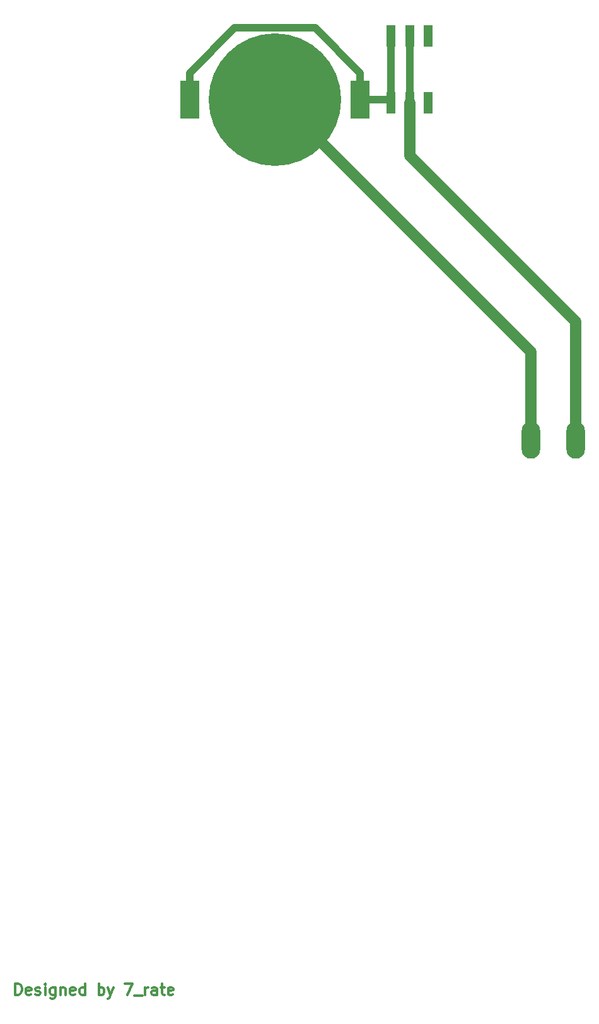
<source format=gtl>
G04 #@! TF.GenerationSoftware,KiCad,Pcbnew,(5.1.5)-3*
G04 #@! TF.CreationDate,2020-10-14T22:05:02+09:00*
G04 #@! TF.ProjectId,Pistachio_MacroPad_bottom,50697374-6163-4686-996f-5f4d6163726f,rev?*
G04 #@! TF.SameCoordinates,Original*
G04 #@! TF.FileFunction,Copper,L1,Top*
G04 #@! TF.FilePolarity,Positive*
%FSLAX46Y46*%
G04 Gerber Fmt 4.6, Leading zero omitted, Abs format (unit mm)*
G04 Created by KiCad (PCBNEW (5.1.5)-3) date 2020-10-14 22:05:02*
%MOMM*%
%LPD*%
G04 APERTURE LIST*
%ADD10C,0.300000*%
%ADD11R,2.500000X5.100000*%
%ADD12C,17.800000*%
%ADD13O,2.500000X5.000000*%
%ADD14R,1.200000X3.000000*%
%ADD15C,1.000000*%
%ADD16C,1.500000*%
G04 APERTURE END LIST*
D10*
X33678571Y-152638571D02*
X33678571Y-151138571D01*
X34035714Y-151138571D01*
X34250000Y-151210000D01*
X34392857Y-151352857D01*
X34464285Y-151495714D01*
X34535714Y-151781428D01*
X34535714Y-151995714D01*
X34464285Y-152281428D01*
X34392857Y-152424285D01*
X34250000Y-152567142D01*
X34035714Y-152638571D01*
X33678571Y-152638571D01*
X35750000Y-152567142D02*
X35607142Y-152638571D01*
X35321428Y-152638571D01*
X35178571Y-152567142D01*
X35107142Y-152424285D01*
X35107142Y-151852857D01*
X35178571Y-151710000D01*
X35321428Y-151638571D01*
X35607142Y-151638571D01*
X35750000Y-151710000D01*
X35821428Y-151852857D01*
X35821428Y-151995714D01*
X35107142Y-152138571D01*
X36392857Y-152567142D02*
X36535714Y-152638571D01*
X36821428Y-152638571D01*
X36964285Y-152567142D01*
X37035714Y-152424285D01*
X37035714Y-152352857D01*
X36964285Y-152210000D01*
X36821428Y-152138571D01*
X36607142Y-152138571D01*
X36464285Y-152067142D01*
X36392857Y-151924285D01*
X36392857Y-151852857D01*
X36464285Y-151710000D01*
X36607142Y-151638571D01*
X36821428Y-151638571D01*
X36964285Y-151710000D01*
X37678571Y-152638571D02*
X37678571Y-151638571D01*
X37678571Y-151138571D02*
X37607142Y-151210000D01*
X37678571Y-151281428D01*
X37750000Y-151210000D01*
X37678571Y-151138571D01*
X37678571Y-151281428D01*
X39035714Y-151638571D02*
X39035714Y-152852857D01*
X38964285Y-152995714D01*
X38892857Y-153067142D01*
X38750000Y-153138571D01*
X38535714Y-153138571D01*
X38392857Y-153067142D01*
X39035714Y-152567142D02*
X38892857Y-152638571D01*
X38607142Y-152638571D01*
X38464285Y-152567142D01*
X38392857Y-152495714D01*
X38321428Y-152352857D01*
X38321428Y-151924285D01*
X38392857Y-151781428D01*
X38464285Y-151710000D01*
X38607142Y-151638571D01*
X38892857Y-151638571D01*
X39035714Y-151710000D01*
X39750000Y-151638571D02*
X39750000Y-152638571D01*
X39750000Y-151781428D02*
X39821428Y-151710000D01*
X39964285Y-151638571D01*
X40178571Y-151638571D01*
X40321428Y-151710000D01*
X40392857Y-151852857D01*
X40392857Y-152638571D01*
X41678571Y-152567142D02*
X41535714Y-152638571D01*
X41250000Y-152638571D01*
X41107142Y-152567142D01*
X41035714Y-152424285D01*
X41035714Y-151852857D01*
X41107142Y-151710000D01*
X41250000Y-151638571D01*
X41535714Y-151638571D01*
X41678571Y-151710000D01*
X41750000Y-151852857D01*
X41750000Y-151995714D01*
X41035714Y-152138571D01*
X43035714Y-152638571D02*
X43035714Y-151138571D01*
X43035714Y-152567142D02*
X42892857Y-152638571D01*
X42607142Y-152638571D01*
X42464285Y-152567142D01*
X42392857Y-152495714D01*
X42321428Y-152352857D01*
X42321428Y-151924285D01*
X42392857Y-151781428D01*
X42464285Y-151710000D01*
X42607142Y-151638571D01*
X42892857Y-151638571D01*
X43035714Y-151710000D01*
X44892857Y-152638571D02*
X44892857Y-151138571D01*
X44892857Y-151710000D02*
X45035714Y-151638571D01*
X45321428Y-151638571D01*
X45464285Y-151710000D01*
X45535714Y-151781428D01*
X45607142Y-151924285D01*
X45607142Y-152352857D01*
X45535714Y-152495714D01*
X45464285Y-152567142D01*
X45321428Y-152638571D01*
X45035714Y-152638571D01*
X44892857Y-152567142D01*
X46107142Y-151638571D02*
X46464285Y-152638571D01*
X46821428Y-151638571D02*
X46464285Y-152638571D01*
X46321428Y-152995714D01*
X46250000Y-153067142D01*
X46107142Y-153138571D01*
X48392857Y-151138571D02*
X49392857Y-151138571D01*
X48750000Y-152638571D01*
X49607142Y-152781428D02*
X50750000Y-152781428D01*
X51107142Y-152638571D02*
X51107142Y-151638571D01*
X51107142Y-151924285D02*
X51178571Y-151781428D01*
X51250000Y-151710000D01*
X51392857Y-151638571D01*
X51535714Y-151638571D01*
X52678571Y-152638571D02*
X52678571Y-151852857D01*
X52607142Y-151710000D01*
X52464285Y-151638571D01*
X52178571Y-151638571D01*
X52035714Y-151710000D01*
X52678571Y-152567142D02*
X52535714Y-152638571D01*
X52178571Y-152638571D01*
X52035714Y-152567142D01*
X51964285Y-152424285D01*
X51964285Y-152281428D01*
X52035714Y-152138571D01*
X52178571Y-152067142D01*
X52535714Y-152067142D01*
X52678571Y-151995714D01*
X53178571Y-151638571D02*
X53750000Y-151638571D01*
X53392857Y-151138571D02*
X53392857Y-152424285D01*
X53464285Y-152567142D01*
X53607142Y-152638571D01*
X53750000Y-152638571D01*
X54821428Y-152567142D02*
X54678571Y-152638571D01*
X54392857Y-152638571D01*
X54250000Y-152567142D01*
X54178571Y-152424285D01*
X54178571Y-151852857D01*
X54250000Y-151710000D01*
X54392857Y-151638571D01*
X54678571Y-151638571D01*
X54821428Y-151710000D01*
X54892857Y-151852857D01*
X54892857Y-151995714D01*
X54178571Y-152138571D01*
D11*
X57080000Y-32420000D03*
X79980000Y-32420000D03*
D12*
X68530000Y-32420000D03*
D13*
X108880000Y-78170000D03*
X102880000Y-78170000D03*
D14*
X84120000Y-23860000D03*
X86620000Y-23860000D03*
X89120000Y-23860000D03*
X84120000Y-32860000D03*
X86620000Y-32860000D03*
X89120000Y-32860000D03*
D15*
X84120000Y-32860000D02*
X84120000Y-23860000D01*
X83680000Y-32420000D02*
X84120000Y-32860000D01*
X79980000Y-32420000D02*
X83680000Y-32420000D01*
X79980000Y-28870000D02*
X79980000Y-32420000D01*
X73919930Y-22809930D02*
X79980000Y-28870000D01*
X63140070Y-22809930D02*
X73919930Y-22809930D01*
X57080000Y-32420000D02*
X57080000Y-28870000D01*
X57080000Y-28870000D02*
X63140070Y-22809930D01*
D16*
X102880000Y-66280000D02*
X102880000Y-78170000D01*
X68530000Y-32420000D02*
X69020000Y-32420000D01*
X69020000Y-32420000D02*
X102880000Y-66280000D01*
D15*
X86620000Y-32860000D02*
X86620000Y-23860000D01*
D16*
X108880000Y-76920000D02*
X108880000Y-78170000D01*
X108880000Y-62270000D02*
X108880000Y-76920000D01*
X86620000Y-32860000D02*
X86620000Y-40010000D01*
X86620000Y-40010000D02*
X108880000Y-62270000D01*
M02*

</source>
